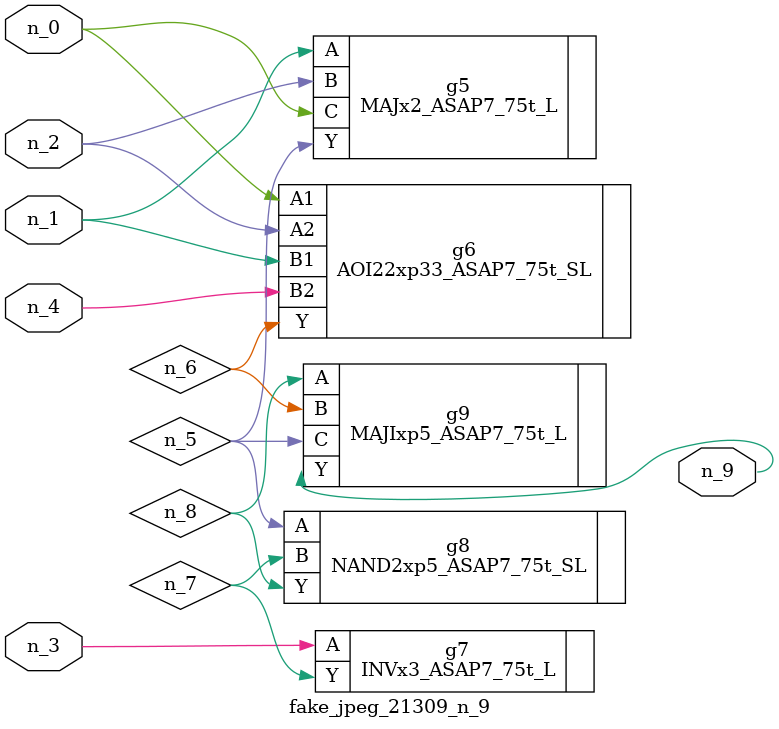
<source format=v>
module fake_jpeg_21309_n_9 (n_3, n_2, n_1, n_0, n_4, n_9);

input n_3;
input n_2;
input n_1;
input n_0;
input n_4;

output n_9;

wire n_8;
wire n_6;
wire n_5;
wire n_7;

MAJx2_ASAP7_75t_L g5 ( 
.A(n_1),
.B(n_2),
.C(n_0),
.Y(n_5)
);

AOI22xp33_ASAP7_75t_SL g6 ( 
.A1(n_0),
.A2(n_2),
.B1(n_1),
.B2(n_4),
.Y(n_6)
);

INVx3_ASAP7_75t_L g7 ( 
.A(n_3),
.Y(n_7)
);

NAND2xp5_ASAP7_75t_SL g8 ( 
.A(n_5),
.B(n_7),
.Y(n_8)
);

MAJIxp5_ASAP7_75t_L g9 ( 
.A(n_8),
.B(n_6),
.C(n_5),
.Y(n_9)
);


endmodule
</source>
